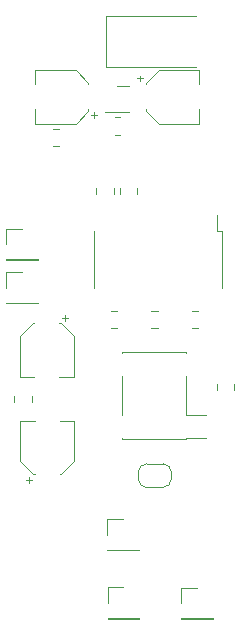
<source format=gbr>
%TF.GenerationSoftware,KiCad,Pcbnew,7.0.2-0*%
%TF.CreationDate,2024-01-15T07:51:27+01:00*%
%TF.ProjectId,dac,6461632e-6b69-4636-9164-5f7063625858,rev?*%
%TF.SameCoordinates,Original*%
%TF.FileFunction,Legend,Top*%
%TF.FilePolarity,Positive*%
%FSLAX46Y46*%
G04 Gerber Fmt 4.6, Leading zero omitted, Abs format (unit mm)*
G04 Created by KiCad (PCBNEW 7.0.2-0) date 2024-01-15 07:51:27*
%MOMM*%
%LPD*%
G01*
G04 APERTURE LIST*
%ADD10C,0.120000*%
G04 APERTURE END LIST*
D10*
%TO.C,U5*%
X52960000Y-69890000D02*
X54960000Y-69890000D01*
X53960000Y-67670000D02*
X54960000Y-67670000D01*
%TO.C,U2*%
X62826600Y-79967000D02*
X62426600Y-79967000D01*
X62826600Y-79967000D02*
X62826600Y-84767000D01*
X62426600Y-79967000D02*
X62426600Y-78567000D01*
X52026600Y-79967000D02*
X52026600Y-84767000D01*
%TO.C,R1*%
X63860000Y-92922936D02*
X63860000Y-93377064D01*
X62390000Y-92922936D02*
X62390000Y-93377064D01*
%TO.C,C4*%
X56865348Y-86707000D02*
X57387852Y-86707000D01*
X56865348Y-88177000D02*
X57387852Y-88177000D01*
%TO.C,C8*%
X55675000Y-67025000D02*
X56175000Y-67025000D01*
X55925000Y-66775000D02*
X55925000Y-67275000D01*
X56415000Y-67389437D02*
X56415000Y-67525000D01*
X56415000Y-67389437D02*
X57479437Y-66325000D01*
X56415000Y-69780563D02*
X56415000Y-69645000D01*
X56415000Y-69780563D02*
X57479437Y-70845000D01*
X57479437Y-66325000D02*
X60935000Y-66325000D01*
X57479437Y-70845000D02*
X60935000Y-70845000D01*
X60935000Y-66325000D02*
X60935000Y-67525000D01*
X60935000Y-70845000D02*
X60935000Y-69645000D01*
%TO.C,J7*%
X59395000Y-110145000D02*
X60725000Y-110145000D01*
X59395000Y-111475000D02*
X59395000Y-110145000D01*
X59395000Y-112745000D02*
X59395000Y-112805000D01*
X59395000Y-112745000D02*
X62055000Y-112745000D01*
X59395000Y-112805000D02*
X62055000Y-112805000D01*
X62055000Y-112745000D02*
X62055000Y-112805000D01*
%TO.C,J3*%
X44590000Y-79750000D02*
X45920000Y-79750000D01*
X44590000Y-81080000D02*
X44590000Y-79750000D01*
X44590000Y-82350000D02*
X44590000Y-82410000D01*
X44590000Y-82350000D02*
X47250000Y-82350000D01*
X44590000Y-82410000D02*
X47250000Y-82410000D01*
X47250000Y-82350000D02*
X47250000Y-82410000D01*
%TO.C,C3*%
X46480000Y-101260000D02*
X46480000Y-100760000D01*
X46230000Y-101010000D02*
X46730000Y-101010000D01*
X46844437Y-100520000D02*
X46980000Y-100520000D01*
X46844437Y-100520000D02*
X45780000Y-99455563D01*
X49235563Y-100520000D02*
X49100000Y-100520000D01*
X49235563Y-100520000D02*
X50300000Y-99455563D01*
X45780000Y-99455563D02*
X45780000Y-96000000D01*
X50300000Y-99455563D02*
X50300000Y-96000000D01*
X45780000Y-96000000D02*
X46980000Y-96000000D01*
X50300000Y-96000000D02*
X49100000Y-96000000D01*
%TO.C,C2*%
X49580000Y-87030000D02*
X49580000Y-87530000D01*
X49830000Y-87280000D02*
X49330000Y-87280000D01*
X49215563Y-87770000D02*
X49080000Y-87770000D01*
X49215563Y-87770000D02*
X50280000Y-88834437D01*
X46824437Y-87770000D02*
X46960000Y-87770000D01*
X46824437Y-87770000D02*
X45760000Y-88834437D01*
X50280000Y-88834437D02*
X50280000Y-92290000D01*
X45760000Y-88834437D02*
X45760000Y-92290000D01*
X50280000Y-92290000D02*
X49080000Y-92290000D01*
X45760000Y-92290000D02*
X46960000Y-92290000D01*
%TO.C,C9*%
X52250000Y-70145000D02*
X51750000Y-70145000D01*
X52000000Y-70395000D02*
X52000000Y-69895000D01*
X51510000Y-69780563D02*
X51510000Y-69645000D01*
X51510000Y-69780563D02*
X50445563Y-70845000D01*
X51510000Y-67389437D02*
X51510000Y-67525000D01*
X51510000Y-67389437D02*
X50445563Y-66325000D01*
X50445563Y-70845000D02*
X46990000Y-70845000D01*
X50445563Y-66325000D02*
X46990000Y-66325000D01*
X46990000Y-70845000D02*
X46990000Y-69645000D01*
X46990000Y-66325000D02*
X46990000Y-67525000D01*
%TO.C,C1*%
X60837852Y-88177000D02*
X60315348Y-88177000D01*
X60837852Y-86707000D02*
X60315348Y-86707000D01*
%TO.C,D1*%
X52990000Y-61735000D02*
X52990000Y-66035000D01*
X52990000Y-61735000D02*
X60650000Y-61735000D01*
X52990000Y-66035000D02*
X60650000Y-66035000D01*
%TO.C,C5*%
X53415348Y-86682000D02*
X53937852Y-86682000D01*
X53415348Y-88152000D02*
X53937852Y-88152000D01*
%TO.C,C6*%
X52191600Y-76828252D02*
X52191600Y-76305748D01*
X53661600Y-76828252D02*
X53661600Y-76305748D01*
%TO.C,J8*%
X53170000Y-110095000D02*
X54500000Y-110095000D01*
X53170000Y-111425000D02*
X53170000Y-110095000D01*
X53170000Y-112695000D02*
X53170000Y-112755000D01*
X53170000Y-112695000D02*
X55830000Y-112695000D01*
X53170000Y-112755000D02*
X55830000Y-112755000D01*
X55830000Y-112695000D02*
X55830000Y-112755000D01*
%TO.C,C7*%
X54191600Y-76828252D02*
X54191600Y-76305748D01*
X55661600Y-76828252D02*
X55661600Y-76305748D01*
%TO.C,J2*%
X44590000Y-83400000D02*
X45920000Y-83400000D01*
X44590000Y-84730000D02*
X44590000Y-83400000D01*
X44590000Y-86000000D02*
X44590000Y-86060000D01*
X44590000Y-86000000D02*
X47250000Y-86000000D01*
X44590000Y-86060000D02*
X47250000Y-86060000D01*
X47250000Y-86000000D02*
X47250000Y-86060000D01*
%TO.C,C10*%
X49061252Y-72745000D02*
X48538748Y-72745000D01*
X49061252Y-71275000D02*
X48538748Y-71275000D01*
%TO.C,J6*%
X53145000Y-104320000D02*
X54475000Y-104320000D01*
X53145000Y-105650000D02*
X53145000Y-104320000D01*
X53145000Y-106920000D02*
X53145000Y-106980000D01*
X53145000Y-106920000D02*
X55805000Y-106920000D01*
X53145000Y-106980000D02*
X55805000Y-106980000D01*
X55805000Y-106920000D02*
X55805000Y-106980000D01*
%TO.C,R2*%
X46725000Y-93922936D02*
X46725000Y-94377064D01*
X45255000Y-93922936D02*
X45255000Y-94377064D01*
%TO.C,U1*%
X54400000Y-97550000D02*
X54400000Y-97430000D01*
X59800000Y-97550000D02*
X54400000Y-97550000D01*
X59800000Y-97430000D02*
X59800000Y-97550000D01*
X61500000Y-97430000D02*
X59800000Y-97430000D01*
X54400000Y-95490000D02*
X54400000Y-92210000D01*
X59800000Y-95490000D02*
X61500000Y-95490000D01*
X59800000Y-92210000D02*
X59800000Y-95490000D01*
X54400000Y-90270000D02*
X54400000Y-90150000D01*
X54400000Y-90150000D02*
X59800000Y-90150000D01*
X59800000Y-90150000D02*
X59800000Y-90270000D01*
%TO.C,R3*%
X53747936Y-70300000D02*
X54202064Y-70300000D01*
X53747936Y-71770000D02*
X54202064Y-71770000D01*
%TO.C,NT1*%
X58550000Y-100350000D02*
X58550000Y-100950000D01*
X57850000Y-101650000D02*
X56450000Y-101650000D01*
X56450000Y-99650000D02*
X57850000Y-99650000D01*
X55750000Y-100950000D02*
X55750000Y-100350000D01*
X58550000Y-100350000D02*
G75*
G03*
X57850000Y-99650000I-699999J1D01*
G01*
X57850000Y-101650000D02*
G75*
G03*
X58550000Y-100950000I1J699999D01*
G01*
X56450000Y-99650000D02*
G75*
G03*
X55750000Y-100350000I0J-700000D01*
G01*
X55750000Y-100950000D02*
G75*
G03*
X56450000Y-101650000I700000J0D01*
G01*
%TD*%
M02*

</source>
